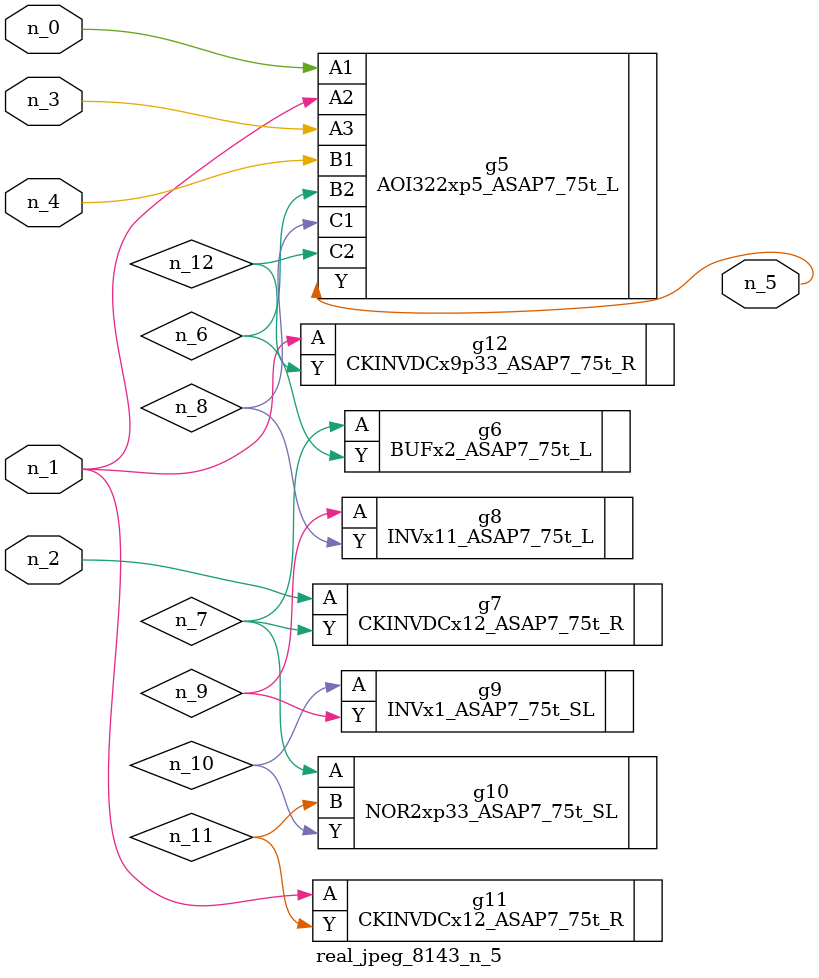
<source format=v>
module real_jpeg_8143_n_5 (n_4, n_0, n_1, n_2, n_3, n_5);

input n_4;
input n_0;
input n_1;
input n_2;
input n_3;

output n_5;

wire n_12;
wire n_8;
wire n_11;
wire n_6;
wire n_7;
wire n_10;
wire n_9;

AOI322xp5_ASAP7_75t_L g5 ( 
.A1(n_0),
.A2(n_1),
.A3(n_3),
.B1(n_4),
.B2(n_6),
.C1(n_8),
.C2(n_12),
.Y(n_5)
);

CKINVDCx12_ASAP7_75t_R g11 ( 
.A(n_1),
.Y(n_11)
);

CKINVDCx9p33_ASAP7_75t_R g12 ( 
.A(n_1),
.Y(n_12)
);

CKINVDCx12_ASAP7_75t_R g7 ( 
.A(n_2),
.Y(n_7)
);

BUFx2_ASAP7_75t_L g6 ( 
.A(n_7),
.Y(n_6)
);

NOR2xp33_ASAP7_75t_SL g10 ( 
.A(n_7),
.B(n_11),
.Y(n_10)
);

INVx11_ASAP7_75t_L g8 ( 
.A(n_9),
.Y(n_8)
);

INVx1_ASAP7_75t_SL g9 ( 
.A(n_10),
.Y(n_9)
);


endmodule
</source>
